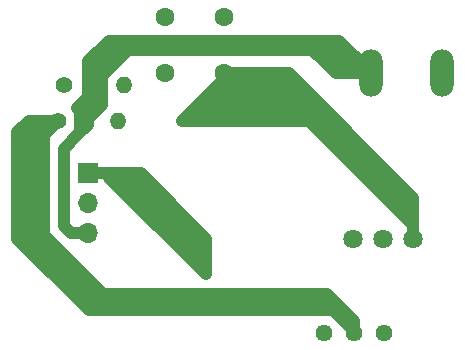
<source format=gbr>
%TF.GenerationSoftware,KiCad,Pcbnew,7.0.2-0*%
%TF.CreationDate,2023-08-02T22:48:59+09:00*%
%TF.ProjectId,power_board,706f7765-725f-4626-9f61-72642e6b6963,rev?*%
%TF.SameCoordinates,Original*%
%TF.FileFunction,Copper,L2,Bot*%
%TF.FilePolarity,Positive*%
%FSLAX46Y46*%
G04 Gerber Fmt 4.6, Leading zero omitted, Abs format (unit mm)*
G04 Created by KiCad (PCBNEW 7.0.2-0) date 2023-08-02 22:48:59*
%MOMM*%
%LPD*%
G01*
G04 APERTURE LIST*
%TA.AperFunction,ComponentPad*%
%ADD10O,2.000000X4.000000*%
%TD*%
%TA.AperFunction,ComponentPad*%
%ADD11C,1.440000*%
%TD*%
%TA.AperFunction,ComponentPad*%
%ADD12C,1.400000*%
%TD*%
%TA.AperFunction,ComponentPad*%
%ADD13O,1.400000X1.400000*%
%TD*%
%TA.AperFunction,ComponentPad*%
%ADD14C,1.635000*%
%TD*%
%TA.AperFunction,ComponentPad*%
%ADD15C,1.600000*%
%TD*%
%TA.AperFunction,ComponentPad*%
%ADD16R,1.700000X1.700000*%
%TD*%
%TA.AperFunction,ComponentPad*%
%ADD17O,1.700000X1.700000*%
%TD*%
%TA.AperFunction,ViaPad*%
%ADD18C,0.800000*%
%TD*%
%TA.AperFunction,Conductor*%
%ADD19C,1.000000*%
%TD*%
G04 APERTURE END LIST*
D10*
%TO.P,SW2,1*%
%TO.N,+12V*%
X164000000Y-99000000D03*
%TO.P,SW2,2*%
%TO.N,Net-(U3-VIN)*%
X170000000Y-99000000D03*
%TD*%
D11*
%TO.P,RV1,1,1*%
%TO.N,Net-(R2-Pad1)*%
X165080000Y-121000000D03*
%TO.P,RV1,2,2*%
X162540000Y-121000000D03*
%TO.P,RV1,3,3*%
%TO.N,Net-(U3-TRIM)*%
X160000000Y-121000000D03*
%TD*%
D12*
%TO.P,R1,1*%
%TO.N,Net-(U3-VIN)*%
X138000000Y-100000000D03*
D13*
%TO.P,R1,2*%
%TO.N,Net-(U3-ON{slash}OFF_CTRL)*%
X143080000Y-100000000D03*
%TD*%
D14*
%TO.P,SW1,1*%
%TO.N,GND*%
X167540000Y-113000000D03*
%TO.P,SW1,2*%
%TO.N,Net-(U3-ON{slash}OFF_CTRL)*%
X165000000Y-113000000D03*
%TO.P,SW1,3*%
%TO.N,N/C*%
X162460000Y-113000000D03*
%TD*%
D15*
%TO.P,C1,1*%
%TO.N,Net-(U3-VIN)*%
X146500000Y-94250000D03*
%TO.P,C1,2*%
%TO.N,GND*%
X151500000Y-94250000D03*
%TD*%
D16*
%TO.P,J2,1,Pin_1*%
%TO.N,+5V*%
X140000000Y-107460000D03*
D17*
%TO.P,J2,2,Pin_2*%
%TO.N,GND*%
X140000000Y-110000000D03*
%TO.P,J2,3,Pin_3*%
%TO.N,+12V*%
X140000000Y-112540000D03*
%TD*%
D15*
%TO.P,C2,1*%
%TO.N,+5V*%
X146500000Y-99000000D03*
%TO.P,C2,2*%
%TO.N,GND*%
X151500000Y-99000000D03*
%TD*%
D12*
%TO.P,R2,1*%
%TO.N,Net-(R2-Pad1)*%
X137460000Y-103000000D03*
D13*
%TO.P,R2,2*%
%TO.N,Net-(R2-Pad2)*%
X142540000Y-103000000D03*
%TD*%
D18*
%TO.N,GND*%
X148000000Y-103000000D03*
%TO.N,+5V*%
X150000000Y-116000000D03*
%TD*%
D19*
%TO.N,GND*%
X157848060Y-102151940D02*
X158848060Y-103151940D01*
X156000000Y-99000000D02*
X157000000Y-99000000D01*
X154696119Y-99000000D02*
X154000000Y-99000000D01*
X158848060Y-103151940D02*
X167540000Y-111843881D01*
X154000000Y-99000000D02*
X154000000Y-99151940D01*
X156848060Y-101151940D02*
X157848060Y-102151940D01*
X152000000Y-100151940D02*
X154000000Y-100151940D01*
X155848060Y-100151940D02*
X156848060Y-101151940D01*
X154000000Y-100151940D02*
X155000000Y-100151940D01*
X153151940Y-99303880D02*
X154000000Y-100151940D01*
X154696119Y-99000000D02*
X155848060Y-100151940D01*
X154000000Y-99000000D02*
X153151940Y-99000000D01*
X150151940Y-101151940D02*
X156848060Y-101151940D01*
X151500000Y-99500000D02*
X150500000Y-100500000D01*
X153151940Y-99000000D02*
X153151940Y-99303880D01*
X150848060Y-100151940D02*
X152000000Y-100151940D01*
X153151940Y-99000000D02*
X152000000Y-100151940D01*
X156000000Y-99000000D02*
X156000000Y-99460000D01*
X167540000Y-111000000D02*
X167540000Y-111843881D01*
X158696120Y-103000000D02*
X148000000Y-103000000D01*
X150000000Y-101000000D02*
X150151940Y-101151940D01*
X149000000Y-102000000D02*
X148000000Y-103000000D01*
X150000000Y-101000000D02*
X149000000Y-102000000D01*
X167540000Y-110000000D02*
X167540000Y-111000000D01*
X154000000Y-100151940D02*
X154000000Y-99000000D01*
X150500000Y-100500000D02*
X150848060Y-100151940D01*
X157000000Y-99000000D02*
X167540000Y-109540000D01*
X158848060Y-103151940D02*
X158696120Y-103000000D01*
X167540000Y-109540000D02*
X167540000Y-110000000D01*
X157696120Y-102000000D02*
X149000000Y-102000000D01*
X156540000Y-99000000D02*
X167540000Y-110000000D01*
X157848060Y-102151940D02*
X157696120Y-102000000D01*
X151500000Y-99000000D02*
X151500000Y-99500000D01*
X155000000Y-100151940D02*
X155848060Y-100151940D01*
X151500000Y-99000000D02*
X154696119Y-99000000D01*
X156000000Y-99460000D02*
X167540000Y-111000000D01*
X156000000Y-99000000D02*
X156540000Y-99000000D01*
X154000000Y-99151940D02*
X155000000Y-100151940D01*
X150500000Y-100500000D02*
X150000000Y-101000000D01*
X151500000Y-99000000D02*
X156000000Y-99000000D01*
X167540000Y-111843881D02*
X167540000Y-113000000D01*
%TO.N,+12V*%
X163000000Y-98000000D02*
X161000000Y-98000000D01*
X141180000Y-99212994D02*
X141180000Y-100000000D01*
X140000000Y-102852994D02*
X140000000Y-103360000D01*
X140000000Y-101000000D02*
X140000000Y-103360000D01*
X161000000Y-98000000D02*
X160000000Y-98000000D01*
X162000000Y-99000000D02*
X161000000Y-99000000D01*
X141180000Y-100000000D02*
X141000000Y-100000000D01*
X143000000Y-96250000D02*
X141750000Y-96250000D01*
X140000000Y-99000000D02*
X140000000Y-100392994D01*
X143000000Y-96250000D02*
X142750000Y-96250000D01*
X138540000Y-112540000D02*
X140000000Y-112540000D01*
X142750000Y-96250000D02*
X140000000Y-99000000D01*
X141180000Y-100000000D02*
X141180000Y-101672994D01*
X141750000Y-96250000D02*
X140000000Y-98000000D01*
X139360000Y-102212994D02*
X139360000Y-104000000D01*
X146000000Y-96250000D02*
X143000000Y-96250000D01*
X160500000Y-98500000D02*
X160000000Y-98000000D01*
X164000000Y-99000000D02*
X161000000Y-99000000D01*
X141180000Y-101672994D02*
X140000000Y-102852994D01*
X162500000Y-98500000D02*
X160500000Y-98500000D01*
X160000000Y-98000000D02*
X159000000Y-97000000D01*
X162000000Y-97000000D02*
X160000000Y-97000000D01*
X144142994Y-96250000D02*
X143392994Y-97000000D01*
X140000000Y-103360000D02*
X139180000Y-104180000D01*
X137950000Y-105410000D02*
X137950000Y-111950000D01*
X162000000Y-97000000D02*
X161000000Y-98000000D01*
X143392994Y-97000000D02*
X141196497Y-99196497D01*
X161250000Y-96250000D02*
X146000000Y-96250000D01*
X139360000Y-104000000D02*
X139180000Y-104180000D01*
X163000000Y-98000000D02*
X162000000Y-97000000D01*
X140000000Y-100392994D02*
X140000000Y-101000000D01*
X139073503Y-101926497D02*
X139360000Y-102212994D01*
X163000000Y-98000000D02*
X162000000Y-99000000D01*
X162000000Y-97000000D02*
X161250000Y-96250000D01*
X160000000Y-97000000D02*
X159000000Y-97000000D01*
X141196497Y-99196497D02*
X140000000Y-100392994D01*
X140000000Y-98000000D02*
X140000000Y-99000000D01*
X140000000Y-101000000D02*
X140507006Y-101000000D01*
X164000000Y-99000000D02*
X163000000Y-98000000D01*
X146000000Y-96250000D02*
X144142994Y-96250000D01*
X140000000Y-101000000D02*
X139073503Y-101926497D01*
X141196497Y-99196497D02*
X141180000Y-99212994D01*
X139180000Y-104180000D02*
X137950000Y-105410000D01*
X161000000Y-99000000D02*
X160500000Y-98500000D01*
X140507006Y-101000000D02*
X141180000Y-101672994D01*
X137950000Y-111950000D02*
X138540000Y-112540000D01*
X141000000Y-100000000D02*
X140000000Y-101000000D01*
X159000000Y-97000000D02*
X143392994Y-97000000D01*
X163000000Y-98000000D02*
X162500000Y-98500000D01*
X160000000Y-97000000D02*
X161000000Y-98000000D01*
%TO.N,+5V*%
X150000000Y-113000000D02*
X144460000Y-107460000D01*
X141460000Y-107460000D02*
X140000000Y-107460000D01*
X150000000Y-116000000D02*
X150000000Y-115000000D01*
X143000000Y-107460000D02*
X143460000Y-107460000D01*
X150000000Y-114000000D02*
X150000000Y-113000000D01*
X144460000Y-107460000D02*
X143000000Y-107460000D01*
X142000000Y-108000000D02*
X141460000Y-107460000D01*
X142000000Y-108000000D02*
X143000000Y-108000000D01*
X143460000Y-107460000D02*
X150000000Y-114000000D01*
X143000000Y-107460000D02*
X141460000Y-107460000D01*
X150000000Y-116000000D02*
X142000000Y-108000000D01*
X150000000Y-115000000D02*
X150000000Y-114000000D01*
X143000000Y-108000000D02*
X150000000Y-115000000D01*
%TO.N,Net-(R2-Pad1)*%
X141080000Y-119080000D02*
X135500000Y-113500000D01*
X134000000Y-111000000D02*
X134000000Y-112000000D01*
X135000000Y-103000000D02*
X134000000Y-104000000D01*
X160258233Y-117700000D02*
X141295836Y-117700000D01*
X160760316Y-118202082D02*
X141797918Y-118202082D01*
X141797918Y-118202082D02*
X141202082Y-118202082D01*
X162540000Y-120824709D02*
X162540000Y-121000000D01*
X135000000Y-103000000D02*
X135000000Y-113000000D01*
X141202082Y-118202082D02*
X135500000Y-112500000D01*
X137460000Y-103000000D02*
X136000000Y-103000000D01*
X162540000Y-119981767D02*
X161279117Y-118720883D01*
X134000000Y-113000000D02*
X140080000Y-119080000D01*
X162540000Y-121000000D02*
X162540000Y-119981767D01*
X135500000Y-113500000D02*
X134000000Y-112000000D01*
X142000000Y-119080000D02*
X142675836Y-119080000D01*
X136000000Y-112000000D02*
X136000000Y-103000000D01*
X141295836Y-117700000D02*
X141297918Y-117702082D01*
X135000000Y-113000000D02*
X135500000Y-113500000D01*
X135500000Y-112500000D02*
X134000000Y-111000000D01*
X161279117Y-118720883D02*
X160258233Y-117700000D01*
X135500000Y-112500000D02*
X136000000Y-112000000D01*
X134000000Y-104000000D02*
X134000000Y-111000000D01*
X161279117Y-118720883D02*
X160760316Y-118202082D01*
X141797918Y-118202082D02*
X142675836Y-119080000D01*
X142000000Y-119080000D02*
X141080000Y-119080000D01*
X137460000Y-103000000D02*
X136250000Y-104210000D01*
X136250000Y-112654164D02*
X141297918Y-117702082D01*
X136250000Y-104210000D02*
X136250000Y-112654164D01*
X140080000Y-119080000D02*
X142000000Y-119080000D01*
X141297918Y-117702082D02*
X141797918Y-118202082D01*
X134000000Y-112000000D02*
X134000000Y-113000000D01*
X142675836Y-119080000D02*
X160795291Y-119080000D01*
X136000000Y-103000000D02*
X135000000Y-103000000D01*
X160795291Y-119080000D02*
X162540000Y-120824709D01*
%TD*%
M02*

</source>
